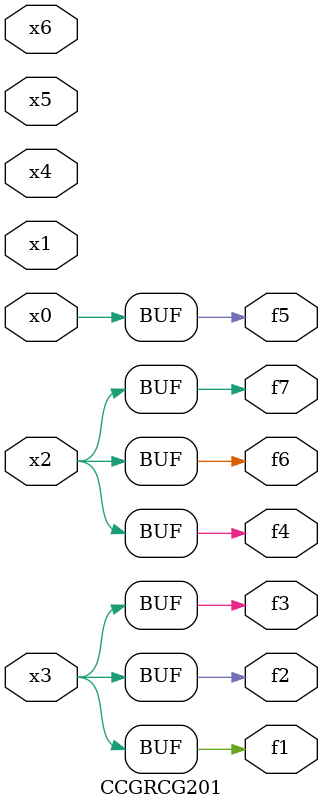
<source format=v>
module CCGRCG201(
	input x0, x1, x2, x3, x4, x5, x6,
	output f1, f2, f3, f4, f5, f6, f7
);
	assign f1 = x3;
	assign f2 = x3;
	assign f3 = x3;
	assign f4 = x2;
	assign f5 = x0;
	assign f6 = x2;
	assign f7 = x2;
endmodule

</source>
